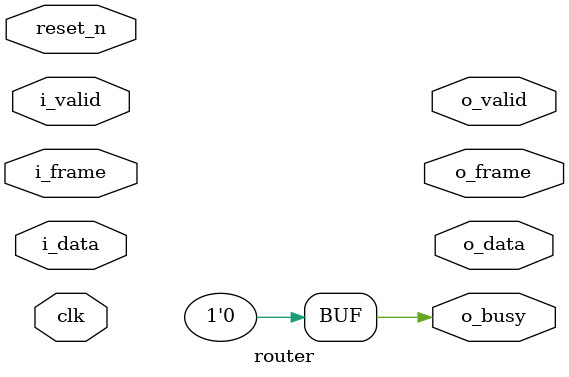
<source format=sv>
module router (
    input                   clk,
    input                   reset_n,

    input         [15:0]    i_frame,
    input         [15:0]    i_valid,
    input         [15:0]    i_data,

    output  wire  [15:0]    o_frame,
    output  wire  [15:0]    o_valid,
    output  wire            o_busy,
    output  wire  [15:0]    o_data
);

assign o_busy = 1'b0;

endmodule

</source>
